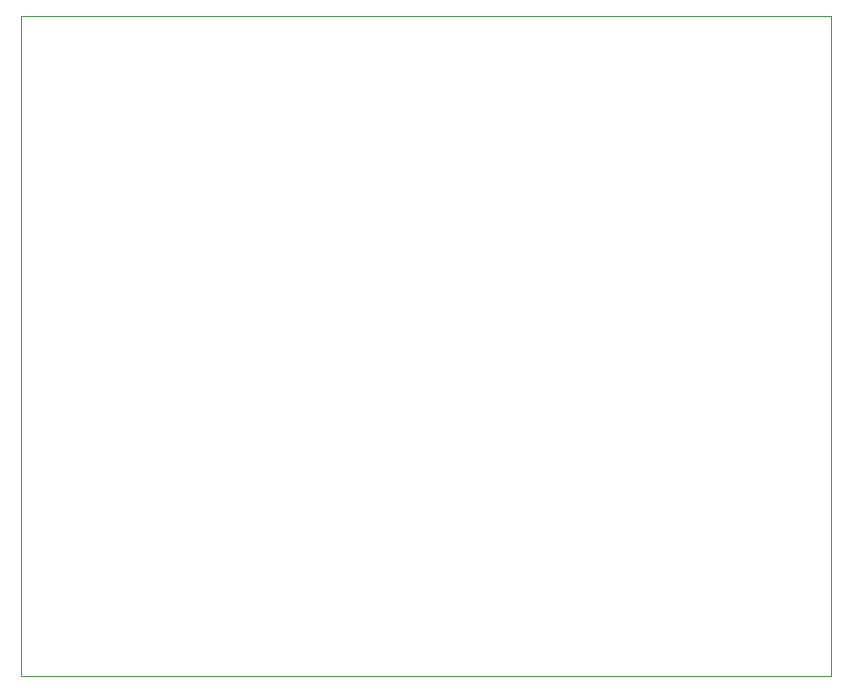
<source format=gbr>
G04 #@! TF.GenerationSoftware,KiCad,Pcbnew,(5.1.2)-1*
G04 #@! TF.CreationDate,2019-06-07T19:51:13-04:00*
G04 #@! TF.ProjectId,version-0-2,76657273-696f-46e2-9d30-2d322e6b6963,rev?*
G04 #@! TF.SameCoordinates,Original*
G04 #@! TF.FileFunction,Profile,NP*
%FSLAX46Y46*%
G04 Gerber Fmt 4.6, Leading zero omitted, Abs format (unit mm)*
G04 Created by KiCad (PCBNEW (5.1.2)-1) date 2019-06-07 19:51:13*
%MOMM*%
%LPD*%
G04 APERTURE LIST*
%ADD10C,0.050000*%
G04 APERTURE END LIST*
D10*
X127000000Y-114300000D02*
X58420000Y-114300000D01*
X58420000Y-170180000D02*
X127000000Y-170180000D01*
X58420000Y-114300000D02*
X58420000Y-170180000D01*
X127000000Y-170180000D02*
X127000000Y-114300000D01*
M02*

</source>
